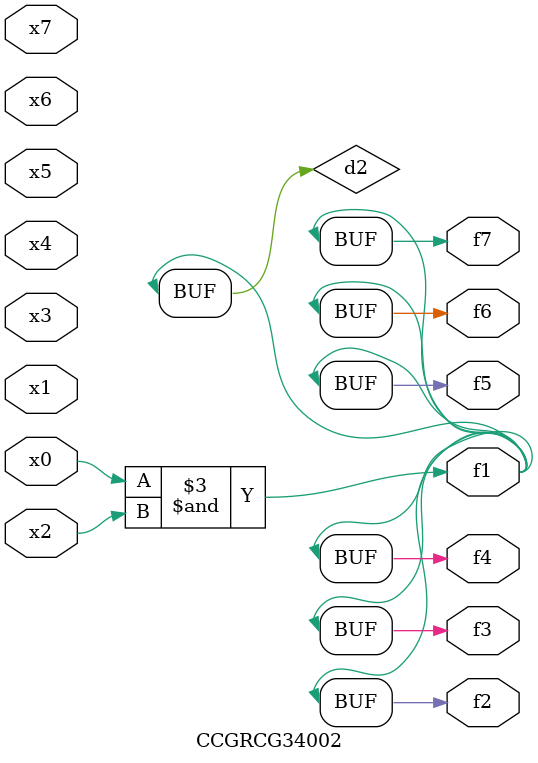
<source format=v>
module CCGRCG34002(
	input x0, x1, x2, x3, x4, x5, x6, x7,
	output f1, f2, f3, f4, f5, f6, f7
);

	wire d1, d2;

	nor (d1, x3, x6);
	and (d2, x0, x2);
	assign f1 = d2;
	assign f2 = d2;
	assign f3 = d2;
	assign f4 = d2;
	assign f5 = d2;
	assign f6 = d2;
	assign f7 = d2;
endmodule

</source>
